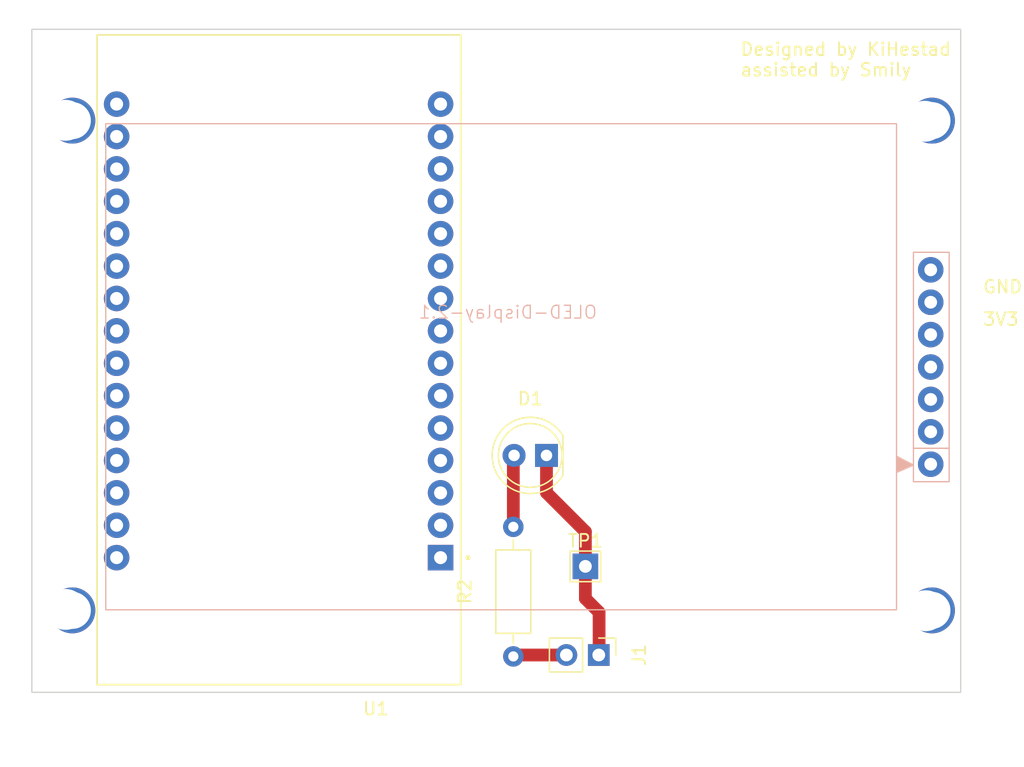
<source format=kicad_pcb>
(kicad_pcb (version 20221018) (generator pcbnew)
  (layers (0 "F.Cu" signal) (31 "B.Cu" signal) (34 "B.Paste" user) (35 "F.Paste" user) (36 "B.SilkS" user "B.Silkscreen") (37 "F.SilkS" user "F.Silkscreen") (38 "B.Mask" user) (39 "F.Mask" user) (44 "Edge.Cuts" user))
  (net 0 "")
  (net 1 "GND")
  (net 2 "+3.3V")
  (net 27 "/D1K")
  (net 31 "TX0")
  (net 32 "RX0")
  (net 35 "VCC")
  (footprint "MountingHole:MountingHole_3.2mm_M3" (layer "F.Cu") (at 158.45 88.9)
    (fp_text reference "H3" hide)
    (fp_text value "MountingHole")
    (pad "" np_thru_hole circle (at 0 0) (size 3.2 3.2) (drill 3.2) (layers "*.Cu" "*.Mask"))
  )
  (footprint "LED_THT:LED_D5.0mm_IRGrey" (layer "F.Cu") (at 128.7 76.725 180)
    (fp_text reference "D1" (at 1.27 4.445) (layer "F.SilkS"))
    (fp_text value "CQY99")
    (fp_line (start -1.29 -1.545) (end -1.29 1.545) (stroke (width 0.12)) (layer "F.SilkS"))
    (fp_arc (start -1.29 -1.54483) (mid 2.072002 -2.880433) (end 4.26 0.000462) (stroke (width 0.12)) (layer "F.SilkS"))
    (fp_arc (start 4.26 -0.000462) (mid 2.072002 2.880433) (end -1.29 1.54483) (stroke (width 0.12)) (layer "F.SilkS"))
    (fp_circle (center 1.27 0) (end 3.77 0) (stroke (width 0.12)) (fill none) (layer "F.SilkS"))
    (pad "1" thru_hole rect (at 0 0 180) (size 1.8 1.8) (drill 0.9) (layers "*.Cu" "*.Mask") (net 1 "GND"))
    (pad "2" thru_hole circle (at 2.54 0 180) (size 1.8 1.8) (drill 0.9) (layers "*.Cu" "*.Mask") (net 27 "/D1K"))
  )
  (footprint "MountingHole:MountingHole_3.2mm_M3" (layer "F.Cu") (at 91 50.45)
    (fp_text reference "H1" hide)
    (fp_text value "MountingHole")
    (pad "" np_thru_hole circle (at 0 0) (size 3.2 3.2) (drill 3.2) (layers "*.Cu" "*.Mask"))
  )
  (footprint "Resistor_THT:R_Axial_DIN0207_L6.3mm_D2.5mm_P10.16mm_Horizontal" (layer "F.Cu") (at 126.1 82.325 -90)
    (fp_text reference "R2" (at 5.08 3.81 90) (layer "F.SilkS"))
    (fp_text value "2K2")
    (fp_line (start 1.04 0) (end 1.81 0) (stroke (width 0.12)) (layer "F.SilkS"))
    (fp_line (start 1.81 -1.37) (end 1.81 1.37) (stroke (width 0.12)) (layer "F.SilkS"))
    (fp_line (start 1.81 1.37) (end 8.35 1.37) (stroke (width 0.12)) (layer "F.SilkS"))
    (fp_line (start 8.35 -1.37) (end 1.81 -1.37) (stroke (width 0.12)) (layer "F.SilkS"))
    (fp_line (start 8.35 1.37) (end 8.35 -1.37) (stroke (width 0.12)) (layer "F.SilkS"))
    (fp_line (start 9.12 0) (end 8.35 0) (stroke (width 0.12)) (layer "F.SilkS"))
    (pad "1" thru_hole circle (at 0 0 270) (size 1.6 1.6) (drill 0.8) (layers "*.Cu" "*.Mask") (net 27 "/D1K"))
    (pad "2" thru_hole oval (at 10.16 0 270) (size 1.6 1.6) (drill 0.8) (layers "*.Cu" "*.Mask") (net 2 "+3.3V"))
  )
  (footprint "ESP32-DEVKIT-V1:MODULE_ESP32_DEVKIT_V1" (layer "F.Cu") (at 107.695 69.225 180)
    (fp_text reference "U1" (at -7.62 -27.36) (layer "F.SilkS"))
    (fp_text value "ESP32-DEVKIT-V1")
    (fp_line (start -14.28 -25.475) (end -3.211 -25.475) (stroke (width 0.127)) (layer "F.SilkS"))
    (fp_line (start -14.28 -25.475) (end 14.23 -25.475) (stroke (width 0.127)) (layer "F.SilkS"))
    (fp_line (start -14.28 25.475) (end -14.28 -25.475) (stroke (width 0.127)) (layer "F.SilkS"))
    (fp_line (start -14.28 25.475) (end -14.28 -25.475) (stroke (width 0.127)) (layer "F.SilkS"))
    (fp_line (start -14.28 25.475) (end -8.91 25.475) (stroke (width 0.127)) (layer "F.SilkS"))
    (fp_line (start -8.91 25.475) (end 8.78 25.475) (stroke (width 0.127)) (layer "F.SilkS"))
    (fp_line (start -3.211 -25.475) (end 3.5 -25.475) (stroke (width 0.127)) (layer "F.SilkS"))
    (fp_line (start 3.5 -25.475) (end 14.23 -25.475) (stroke (width 0.127)) (layer "F.SilkS"))
    (fp_line (start 8.78 25.475) (end 14.23 25.475) (stroke (width 0.127)) (layer "F.SilkS"))
    (fp_line (start 14.23 -25.475) (end 14.23 25.475) (stroke (width 0.127)) (layer "F.SilkS"))
    (fp_line (start 14.23 -25.475) (end 14.23 25.475) (stroke (width 0.127)) (layer "F.SilkS"))
    (fp_line (start 14.23 25.475) (end -14.28 25.475) (stroke (width 0.127)) (layer "F.SilkS"))
    (fp_circle (center -14.85 -15.515) (end -14.75 -15.515) (stroke (width 0.2)) (fill none) (layer "F.SilkS"))
    (pad "" np_thru_hole circle (at -12.28 -23.475 180) (size 3 3) (drill 3) (layers "*.Cu" "*.Mask"))
    (pad "" np_thru_hole circle (at -12.28 23.475 180) (size 3 3) (drill 3) (layers "*.Cu" "*.Mask"))
    (pad "" np_thru_hole circle (at 12.23 -23.475 180) (size 3 3) (drill 3) (layers "*.Cu" "*.Mask"))
    (pad "" np_thru_hole circle (at 12.23 23.475 180) (size 3 3) (drill 3) (layers "*.Cu" "*.Mask"))
    (pad "1" thru_hole rect (at -12.7 -15.515 180) (size 2 2) (drill 1.02) (layers "*.Cu" "*.Mask"))
    (pad "2" thru_hole circle (at -12.7 -12.975 180) (size 2 2) (drill 1.02) (layers "*.Cu" "*.Mask") (net 1 "GND"))
    (pad "3" thru_hole circle (at -12.7 -10.435 180) (size 2 2) (drill 1.02) (layers "*.Cu" "*.Mask"))
    (pad "4" thru_hole circle (at -12.7 -7.895 180) (size 2 2) (drill 1.02) (layers "*.Cu" "*.Mask"))
    (pad "5" thru_hole circle (at -12.7 -5.355 180) (size 2 2) (drill 1.02) (layers "*.Cu" "*.Mask"))
    (pad "6" thru_hole circle (at -12.7 -2.815 180) (size 2 2) (drill 1.02) (layers "*.Cu" "*.Mask"))
    (pad "7" thru_hole circle (at -12.7 -0.275 180) (size 2 2) (drill 1.02) (layers "*.Cu" "*.Mask"))
    (pad "8" thru_hole circle (at -12.7 2.265 180) (size 2 2) (drill 1.02) (layers "*.Cu" "*.Mask"))
    (pad "9" thru_hole circle (at -12.7 4.805 180) (size 2 2) (drill 1.02) (layers "*.Cu" "*.Mask"))
    (pad "10" thru_hole circle (at -12.7 7.345 180) (size 2 2) (drill 1.02) (layers "*.Cu" "*.Mask"))
    (pad "11" thru_hole circle (at -12.7 9.885 180) (size 2 2) (drill 1.02) (layers "*.Cu" "*.Mask"))
    (pad "12" thru_hole circle (at -12.7 12.425 180) (size 2 2) (drill 1.02) (layers "*.Cu" "*.Mask") (net 32 "RX0"))
    (pad "13" thru_hole circle (at -12.7 14.965 180) (size 2 2) (drill 1.02) (layers "*.Cu" "*.Mask") (net 31 "TX0"))
    (pad "14" thru_hole circle (at -12.7 17.505 180) (size 2 2) (drill 1.02) (layers "*.Cu" "*.Mask"))
    (pad "15" thru_hole circle (at -12.7 20.045 180) (size 2 2) (drill 1.02) (layers "*.Cu" "*.Mask"))
    (pad "16" thru_hole circle (at 12.7 20.045 180) (size 2 2) (drill 1.02) (layers "*.Cu" "*.Mask"))
    (pad "17" thru_hole circle (at 12.7 17.505 180) (size 2 2) (drill 1.02) (layers "*.Cu" "*.Mask"))
    (pad "18" thru_hole circle (at 12.7 14.965 180) (size 2 2) (drill 1.02) (layers "*.Cu" "*.Mask"))
    (pad "19" thru_hole circle (at 12.7 12.425 180) (size 2 2) (drill 1.02) (layers "*.Cu" "*.Mask"))
    (pad "20" thru_hole circle (at 12.7 9.885 180) (size 2 2) (drill 1.02) (layers "*.Cu" "*.Mask"))
    (pad "21" thru_hole circle (at 12.7 7.345 180) (size 2 2) (drill 1.02) (layers "*.Cu" "*.Mask"))
    (pad "22" thru_hole circle (at 12.7 4.805 180) (size 2 2) (drill 1.02) (layers "*.Cu" "*.Mask"))
    (pad "23" thru_hole circle (at 12.7 2.265 180) (size 2 2) (drill 1.02) (layers "*.Cu" "*.Mask"))
    (pad "24" thru_hole circle (at 12.7 -0.275 180) (size 2 2) (drill 1.02) (layers "*.Cu" "*.Mask"))
    (pad "25" thru_hole circle (at 12.7 -2.815 180) (size 2 2) (drill 1.02) (layers "*.Cu" "*.Mask"))
    (pad "26" thru_hole circle (at 12.7 -5.355 180) (size 2 2) (drill 1.02) (layers "*.Cu" "*.Mask"))
    (pad "27" thru_hole circle (at 12.7 -7.895 180) (size 2 2) (drill 1.02) (layers "*.Cu" "*.Mask"))
    (pad "28" thru_hole circle (at 12.7 -10.435 180) (size 2 2) (drill 1.02) (layers "*.Cu" "*.Mask"))
    (pad "29" thru_hole circle (at 12.7 -12.975 180) (size 2 2) (drill 1.02) (layers "*.Cu" "*.Mask") (net 1 "GND"))
    (pad "30" thru_hole circle (at 12.7 -15.515 180) (size 2 2) (drill 1.02) (layers "*.Cu" "*.Mask"))
  )
  (footprint "TestPoint:TestPoint_THTPad_2.0x2.0mm_Drill1.0mm" (layer "F.Cu") (at 131.75 85.425)
    (fp_text reference "TP1" (at 0 -1.998) (layer "F.SilkS"))
    (fp_text value "TestPoint")
    (fp_line (start -1.2 -1.2) (end 1.2 -1.2) (stroke (width 0.12)) (layer "F.SilkS"))
    (fp_line (start -1.2 1.2) (end -1.2 -1.2) (stroke (width 0.12)) (layer "F.SilkS"))
    (fp_line (start 1.2 -1.2) (end 1.2 1.2) (stroke (width 0.12)) (layer "F.SilkS"))
    (fp_line (start 1.2 1.2) (end -1.2 1.2) (stroke (width 0.12)) (layer "F.SilkS"))
    (pad "1" thru_hole rect (at 0 0) (size 2 2) (drill 1) (layers "*.Cu" "*.Mask") (net 1 "GND"))
  )
  (footprint "MountingHole:MountingHole_3.2mm_M3" (layer "F.Cu") (at 91 88.8)
    (fp_text reference "H4" hide)
    (fp_text value "MountingHole")
    (pad "" np_thru_hole circle (at 0 0) (size 3.2 3.2) (drill 3.2) (layers "*.Cu" "*.Mask"))
  )
  (footprint "MountingHole:MountingHole_3.2mm_M3" (layer "F.Cu") (at 158.375 50.525)
    (fp_text reference "H2" hide)
    (fp_text value "MountingHole")
    (pad "" np_thru_hole circle (at 0 0) (size 3.2 3.2) (drill 3.2) (layers "*.Cu" "*.Mask"))
  )
  (footprint "Connector_PinHeader_2.54mm:PinHeader_1x02_P2.54mm_Vertical" (layer "F.Cu") (at 132.8 92.375 -90)
    (fp_text reference "J1" (at 0 -3.175 90) (layer "F.SilkS"))
    (fp_text value "Conn_01x02_Socket")
    (fp_line (start -1.33 -1.33) (end 0 -1.33) (stroke (width 0.12)) (layer "F.SilkS"))
    (fp_line (start -1.33 0) (end -1.33 -1.33) (stroke (width 0.12)) (layer "F.SilkS"))
    (fp_line (start -1.33 1.27) (end -1.33 3.87) (stroke (width 0.12)) (layer "F.SilkS"))
    (fp_line (start -1.33 1.27) (end 1.33 1.27) (stroke (width 0.12)) (layer "F.SilkS"))
    (fp_line (start -1.33 3.87) (end 1.33 3.87) (stroke (width 0.12)) (layer "F.SilkS"))
    (fp_line (start 1.33 1.27) (end 1.33 3.87) (stroke (width 0.12)) (layer "F.SilkS"))
    (pad "1" thru_hole rect (at 0 0 270) (size 1.7 1.7) (drill 1) (layers "*.Cu" "*.Mask") (net 1 "GND"))
    (pad "2" thru_hole oval (at 0 2.54 270) (size 1.7 1.7) (drill 1) (layers "*.Cu" "*.Mask") (net 2 "+3.3V"))
  )
  (footprint "OLED-DISPLAY-CUSTOM:OLED Display 2.42" (layer "B.Cu") (at 161.225 48.175 180)
    (fp_text reference "OLED-Display-2.1" (at 35.56 -17.32 unlocked) (layer "B.SilkS") (effects (font (thickness 0.1)) (justify mirror)))
    (fp_text value "~")
    (fp_rect (start 0.951336 -27.994621) (end 3.752929 -30.611899) (stroke (width 0.1)) (fill none) (layer "B.SilkS"))
    (fp_rect (start 0.951336 -12.622721) (end 3.752929 -27.994621) (stroke (width 0.1)) (fill none) (layer "B.SilkS"))
    (fp_rect (start 5.08 -2.54) (end 67.081703 -40.655614) (stroke (width 0.1)) (fill none) (layer "B.SilkS"))
    (fp_poly (pts (xy 5.08 -28.610244) (xy 3.752929 -29.30326) (xy 5.08 -29.889327) (xy 5.041755 -29.298654)) (stroke (width 0.1)) (fill solid) (layer "B.SilkS"))
    (pad "" np_thru_hole circle (at 2.3 -40.7 180) (size 3.6 3.6) (drill 2.9) (layers "F&B.Cu" "*.Mask"))
    (pad "" np_thru_hole circle (at 2.3 -2.3 180) (size 3.6 3.6) (drill 2.9) (layers "F&B.Cu" "*.Mask"))
    (pad "" np_thru_hole circle (at 69.7 -40.7 180) (size 3.6 3.6) (drill 2.9) (layers "F&B.Cu" "*.Mask"))
    (pad "" np_thru_hole circle (at 69.7 -2.3 180) (size 3.6 3.6) (drill 2.9) (layers "F&B.Cu" "*.Mask"))
    (pad "1" thru_hole circle (at 2.4 -14 180) (size 2 2) (drill 1) (layers "*.Cu" "*.Mask"))
    (pad "2" thru_hole circle (at 2.4 -16.54 180) (size 2 2) (drill 1) (layers "*.Cu" "*.Mask") (net 31 "TX0"))
    (pad "3" thru_hole circle (at 2.4 -19.08 180) (size 2 2) (drill 1) (layers "*.Cu" "*.Mask") (net 32 "RX0"))
    (pad "4" thru_hole circle (at 2.4 -21.62 180) (size 2 2) (drill 1) (layers "*.Cu" "*.Mask"))
    (pad "5" thru_hole circle (at 2.4 -24.16 180) (size 2 2) (drill 1) (layers "*.Cu" "*.Mask"))
    (pad "6" thru_hole circle (at 2.4 -26.7 180) (size 2 2) (drill 1) (layers "*.Cu" "*.Mask") (net 35 "VCC"))
    (pad "7" thru_hole circle (at 2.4 -29.24 180) (size 2 2) (drill 1) (layers "*.Cu" "*.Mask") (net 1 "GND"))
  )
  (gr_rect (start 88.35 43.315) (end 161.175 95.3) (stroke (width 0.1)) (fill none) (layer "Edge.Cuts"))
  (gr_text "3V3" (at 162.845 66.63) (layer "F.SilkS") (effects (font (size 1 1)) (justify left bottom)))
  (gr_text "Designed by KiHestad\nassisted by Smily" (at 143.825 47.075) (layer "F.SilkS") (effects (font (size 1 1)) (justify left bottom)))
  (gr_text "GND" (at 162.845 64.09) (layer "F.SilkS") (effects (font (size 1 1)) (justify left bottom)))
  (segment (start 131.75 82.7) (end 131.75 85.425) (width 1) (layer "F.Cu") (net 1))
  (segment (start 131.75 87.95) (end 132.825 89.025) (width 1) (layer "F.Cu") (net 1))
  (segment (start 128.7 76.725) (end 128.7 79.65) (width 1) (layer "F.Cu") (net 1))
  (segment (start 132.825 89.025) (end 132.825 91.95) (width 1) (layer "F.Cu") (net 1))
  (segment (start 131.75 85.425) (end 131.75 87.95) (width 1) (layer "F.Cu") (net 1))
  (segment (start 128.7 79.65) (end 131.75 82.7) (width 1) (layer "F.Cu") (net 1))
  (segment (start 130.26 92.375) (end 126.21 92.375) (width 1) (layer "F.Cu") (net 2))
  (segment (start 126.21 92.375) (end 126.1 92.485) (width 1) (layer "F.Cu") (net 2))
  (segment (start 126.16 76.725) (end 126.1 76.785) (width 1) (layer "F.Cu") (net 27))
  (segment (start 126.16 82.09) (end 125.9 82.35) (width 0.25) (layer "F.Cu") (net 27))
  (segment (start 126.1 76.785) (end 126.1 82.15) (width 1) (layer "F.Cu") (net 27))
  (segment (start 126.1 82.15) (end 126.16 82.09) (width 1) (layer "F.Cu") (net 27))
)
</source>
